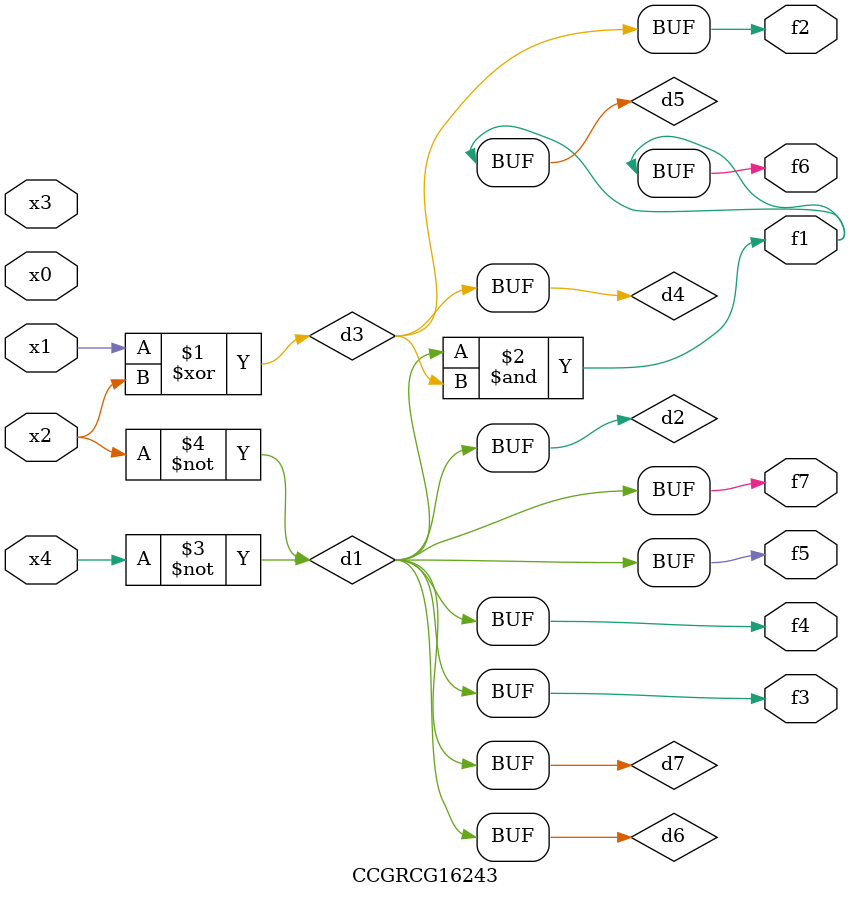
<source format=v>
module CCGRCG16243(
	input x0, x1, x2, x3, x4,
	output f1, f2, f3, f4, f5, f6, f7
);

	wire d1, d2, d3, d4, d5, d6, d7;

	not (d1, x4);
	not (d2, x2);
	xor (d3, x1, x2);
	buf (d4, d3);
	and (d5, d1, d3);
	buf (d6, d1, d2);
	buf (d7, d2);
	assign f1 = d5;
	assign f2 = d4;
	assign f3 = d7;
	assign f4 = d7;
	assign f5 = d7;
	assign f6 = d5;
	assign f7 = d7;
endmodule

</source>
